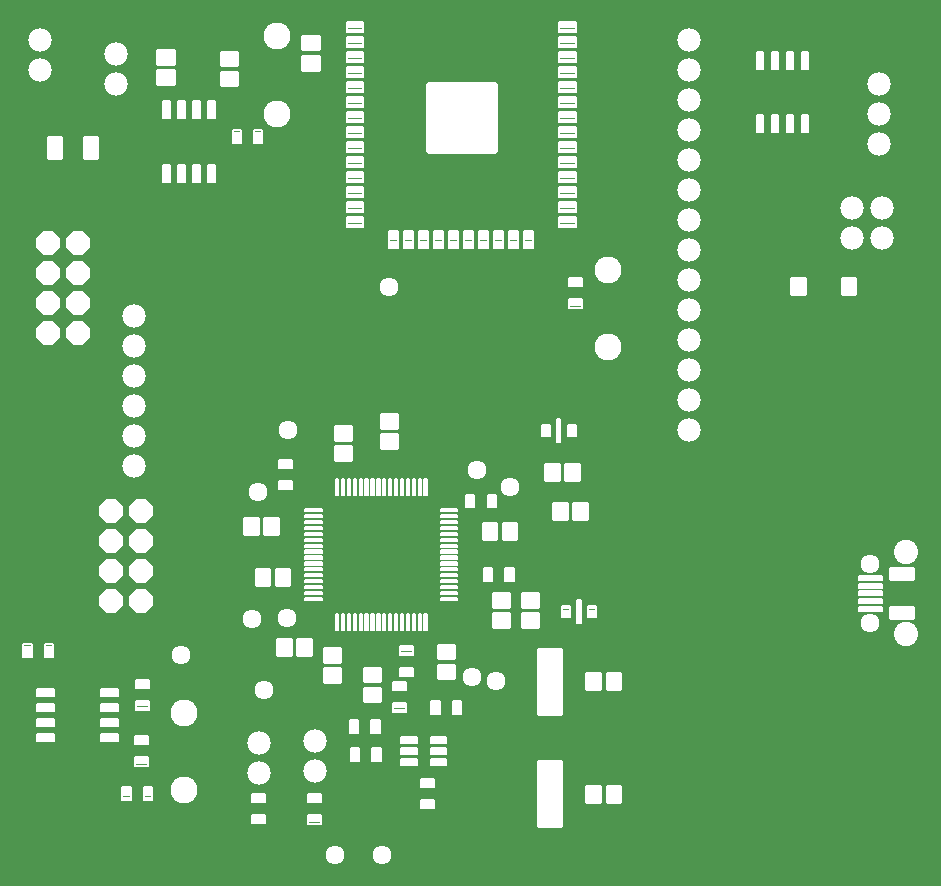
<source format=gts>
G04 EAGLE Gerber RS-274X export*
G75*
%MOMM*%
%FSLAX34Y34*%
%LPD*%
%INSoldermask Top*%
%IPNEG*%
%AMOC8*
5,1,8,0,0,1.08239X$1,22.5*%
G01*
%ADD10C,0.238272*%
%ADD11C,0.233172*%
%ADD12C,1.981200*%
%ADD13C,0.184800*%
%ADD14C,0.148763*%
%ADD15C,2.286000*%
%ADD16C,0.308222*%
%ADD17C,0.171600*%
%ADD18C,0.154350*%
%ADD19C,0.165000*%
%ADD20P,2.144431X8X112.500000*%
%ADD21C,0.216172*%
%ADD22C,0.155247*%
%ADD23C,0.216288*%
%ADD24C,1.609600*%
%ADD25C,2.051600*%
%ADD26C,0.188100*%
%ADD27C,0.610159*%
%ADD28P,2.144431X8X292.500000*%


D10*
X266152Y966972D02*
X266152Y955338D01*
X252518Y955338D01*
X252518Y966972D01*
X266152Y966972D01*
X266152Y957602D02*
X252518Y957602D01*
X252518Y959866D02*
X266152Y959866D01*
X266152Y962130D02*
X252518Y962130D01*
X252518Y964394D02*
X266152Y964394D01*
X266152Y966658D02*
X252518Y966658D01*
X266152Y972338D02*
X266152Y983972D01*
X266152Y972338D02*
X252518Y972338D01*
X252518Y983972D01*
X266152Y983972D01*
X266152Y974602D02*
X252518Y974602D01*
X252518Y976866D02*
X266152Y976866D01*
X266152Y979130D02*
X252518Y979130D01*
X252518Y981394D02*
X266152Y981394D01*
X266152Y983658D02*
X252518Y983658D01*
X366931Y468502D02*
X366931Y456868D01*
X366931Y468502D02*
X380565Y468502D01*
X380565Y456868D01*
X366931Y456868D01*
X366931Y459132D02*
X380565Y459132D01*
X380565Y461396D02*
X366931Y461396D01*
X366931Y463660D02*
X380565Y463660D01*
X380565Y465924D02*
X366931Y465924D01*
X366931Y468188D02*
X380565Y468188D01*
X366931Y451502D02*
X366931Y439868D01*
X366931Y451502D02*
X380565Y451502D01*
X380565Y439868D01*
X366931Y439868D01*
X366931Y442132D02*
X380565Y442132D01*
X380565Y444396D02*
X366931Y444396D01*
X366931Y446660D02*
X380565Y446660D01*
X380565Y448924D02*
X366931Y448924D01*
X366931Y451188D02*
X380565Y451188D01*
X304203Y449015D02*
X304203Y437381D01*
X304203Y449015D02*
X317837Y449015D01*
X317837Y437381D01*
X304203Y437381D01*
X304203Y439645D02*
X317837Y439645D01*
X317837Y441909D02*
X304203Y441909D01*
X304203Y444173D02*
X317837Y444173D01*
X317837Y446437D02*
X304203Y446437D01*
X304203Y448701D02*
X317837Y448701D01*
X304203Y432015D02*
X304203Y420381D01*
X304203Y432015D02*
X317837Y432015D01*
X317837Y420381D01*
X304203Y420381D01*
X304203Y422645D02*
X317837Y422645D01*
X317837Y424909D02*
X304203Y424909D01*
X304203Y427173D02*
X317837Y427173D01*
X317837Y429437D02*
X304203Y429437D01*
X304203Y431701D02*
X317837Y431701D01*
X405006Y557535D02*
X416640Y557535D01*
X405006Y557535D02*
X405006Y571169D01*
X416640Y571169D01*
X416640Y557535D01*
X416640Y559799D02*
X405006Y559799D01*
X405006Y562063D02*
X416640Y562063D01*
X416640Y564327D02*
X405006Y564327D01*
X405006Y566591D02*
X416640Y566591D01*
X416640Y568855D02*
X405006Y568855D01*
X405006Y571119D02*
X416640Y571119D01*
X422006Y557535D02*
X433640Y557535D01*
X422006Y557535D02*
X422006Y571169D01*
X433640Y571169D01*
X433640Y557535D01*
X433640Y559799D02*
X422006Y559799D01*
X422006Y562063D02*
X433640Y562063D01*
X433640Y564327D02*
X422006Y564327D01*
X422006Y566591D02*
X433640Y566591D01*
X433640Y568855D02*
X422006Y568855D01*
X422006Y571119D02*
X433640Y571119D01*
X293712Y624744D02*
X293712Y636378D01*
X293712Y624744D02*
X280078Y624744D01*
X280078Y636378D01*
X293712Y636378D01*
X293712Y627008D02*
X280078Y627008D01*
X280078Y629272D02*
X293712Y629272D01*
X293712Y631536D02*
X280078Y631536D01*
X280078Y633800D02*
X293712Y633800D01*
X293712Y636064D02*
X280078Y636064D01*
X293712Y641744D02*
X293712Y653378D01*
X293712Y641744D02*
X280078Y641744D01*
X280078Y653378D01*
X293712Y653378D01*
X293712Y644008D02*
X280078Y644008D01*
X280078Y646272D02*
X293712Y646272D01*
X293712Y648536D02*
X280078Y648536D01*
X280078Y650800D02*
X293712Y650800D01*
X293712Y653064D02*
X280078Y653064D01*
X332259Y646792D02*
X332259Y635158D01*
X318625Y635158D01*
X318625Y646792D01*
X332259Y646792D01*
X332259Y637422D02*
X318625Y637422D01*
X318625Y639686D02*
X332259Y639686D01*
X332259Y641950D02*
X318625Y641950D01*
X318625Y644214D02*
X332259Y644214D01*
X332259Y646478D02*
X318625Y646478D01*
X332259Y652158D02*
X332259Y663792D01*
X332259Y652158D02*
X318625Y652158D01*
X318625Y663792D01*
X332259Y663792D01*
X332259Y654422D02*
X318625Y654422D01*
X318625Y656686D02*
X332259Y656686D01*
X332259Y658950D02*
X318625Y658950D01*
X318625Y661214D02*
X332259Y661214D01*
X332259Y663478D02*
X318625Y663478D01*
X241395Y532881D02*
X229761Y532881D01*
X241395Y532881D02*
X241395Y519247D01*
X229761Y519247D01*
X229761Y532881D01*
X229761Y521511D02*
X241395Y521511D01*
X241395Y523775D02*
X229761Y523775D01*
X229761Y526039D02*
X241395Y526039D01*
X241395Y528303D02*
X229761Y528303D01*
X229761Y530567D02*
X241395Y530567D01*
X241395Y532831D02*
X229761Y532831D01*
X224395Y532881D02*
X212761Y532881D01*
X224395Y532881D02*
X224395Y519247D01*
X212761Y519247D01*
X212761Y532881D01*
X212761Y521511D02*
X224395Y521511D01*
X224395Y523775D02*
X212761Y523775D01*
X212761Y526039D02*
X224395Y526039D01*
X224395Y528303D02*
X212761Y528303D01*
X212761Y530567D02*
X224395Y530567D01*
X224395Y532831D02*
X212761Y532831D01*
X220097Y576074D02*
X231731Y576074D01*
X231731Y562440D01*
X220097Y562440D01*
X220097Y576074D01*
X220097Y564704D02*
X231731Y564704D01*
X231731Y566968D02*
X220097Y566968D01*
X220097Y569232D02*
X231731Y569232D01*
X231731Y571496D02*
X220097Y571496D01*
X220097Y573760D02*
X231731Y573760D01*
X231731Y576024D02*
X220097Y576024D01*
X214731Y576074D02*
X203097Y576074D01*
X214731Y576074D02*
X214731Y562440D01*
X203097Y562440D01*
X203097Y576074D01*
X203097Y564704D02*
X214731Y564704D01*
X214731Y566968D02*
X203097Y566968D01*
X203097Y569232D02*
X214731Y569232D01*
X214731Y571496D02*
X203097Y571496D01*
X203097Y573760D02*
X214731Y573760D01*
X214731Y576024D02*
X203097Y576024D01*
X474994Y621794D02*
X486628Y621794D01*
X486628Y608160D01*
X474994Y608160D01*
X474994Y621794D01*
X474994Y610424D02*
X486628Y610424D01*
X486628Y612688D02*
X474994Y612688D01*
X474994Y614952D02*
X486628Y614952D01*
X486628Y617216D02*
X474994Y617216D01*
X474994Y619480D02*
X486628Y619480D01*
X486628Y621744D02*
X474994Y621744D01*
X469628Y621794D02*
X457994Y621794D01*
X469628Y621794D02*
X469628Y608160D01*
X457994Y608160D01*
X457994Y621794D01*
X457994Y610424D02*
X469628Y610424D01*
X469628Y612688D02*
X457994Y612688D01*
X457994Y614952D02*
X469628Y614952D01*
X469628Y617216D02*
X457994Y617216D01*
X457994Y619480D02*
X469628Y619480D01*
X469628Y621744D02*
X457994Y621744D01*
X464731Y574782D02*
X476365Y574782D01*
X464731Y574782D02*
X464731Y588416D01*
X476365Y588416D01*
X476365Y574782D01*
X476365Y577046D02*
X464731Y577046D01*
X464731Y579310D02*
X476365Y579310D01*
X476365Y581574D02*
X464731Y581574D01*
X464731Y583838D02*
X476365Y583838D01*
X476365Y586102D02*
X464731Y586102D01*
X464731Y588366D02*
X476365Y588366D01*
X481731Y574782D02*
X493365Y574782D01*
X481731Y574782D02*
X481731Y588416D01*
X493365Y588416D01*
X493365Y574782D01*
X493365Y577046D02*
X481731Y577046D01*
X481731Y579310D02*
X493365Y579310D01*
X493365Y581574D02*
X481731Y581574D01*
X481731Y583838D02*
X493365Y583838D01*
X493365Y586102D02*
X481731Y586102D01*
X481731Y588366D02*
X493365Y588366D01*
X438262Y511853D02*
X438262Y500219D01*
X438262Y511853D02*
X451896Y511853D01*
X451896Y500219D01*
X438262Y500219D01*
X438262Y502483D02*
X451896Y502483D01*
X451896Y504747D02*
X438262Y504747D01*
X438262Y507011D02*
X451896Y507011D01*
X451896Y509275D02*
X438262Y509275D01*
X438262Y511539D02*
X451896Y511539D01*
X438262Y494853D02*
X438262Y483219D01*
X438262Y494853D02*
X451896Y494853D01*
X451896Y483219D01*
X438262Y483219D01*
X438262Y485483D02*
X451896Y485483D01*
X451896Y487747D02*
X438262Y487747D01*
X438262Y490011D02*
X451896Y490011D01*
X451896Y492275D02*
X438262Y492275D01*
X438262Y494539D02*
X451896Y494539D01*
X414015Y500417D02*
X414015Y512051D01*
X427649Y512051D01*
X427649Y500417D01*
X414015Y500417D01*
X414015Y502681D02*
X427649Y502681D01*
X427649Y504945D02*
X414015Y504945D01*
X414015Y507209D02*
X427649Y507209D01*
X427649Y509473D02*
X414015Y509473D01*
X414015Y511737D02*
X427649Y511737D01*
X414015Y495051D02*
X414015Y483417D01*
X414015Y495051D02*
X427649Y495051D01*
X427649Y483417D01*
X414015Y483417D01*
X414015Y485681D02*
X427649Y485681D01*
X427649Y487945D02*
X414015Y487945D01*
X414015Y490209D02*
X427649Y490209D01*
X427649Y492473D02*
X414015Y492473D01*
X414015Y494737D02*
X427649Y494737D01*
X143417Y943283D02*
X143417Y954917D01*
X143417Y943283D02*
X129783Y943283D01*
X129783Y954917D01*
X143417Y954917D01*
X143417Y945547D02*
X129783Y945547D01*
X129783Y947811D02*
X143417Y947811D01*
X143417Y950075D02*
X129783Y950075D01*
X129783Y952339D02*
X143417Y952339D01*
X143417Y954603D02*
X129783Y954603D01*
X143417Y960283D02*
X143417Y971917D01*
X143417Y960283D02*
X129783Y960283D01*
X129783Y971917D01*
X143417Y971917D01*
X143417Y962547D02*
X129783Y962547D01*
X129783Y964811D02*
X143417Y964811D01*
X143417Y967075D02*
X129783Y967075D01*
X129783Y969339D02*
X143417Y969339D01*
X143417Y971603D02*
X129783Y971603D01*
X196940Y953482D02*
X196940Y941848D01*
X183306Y941848D01*
X183306Y953482D01*
X196940Y953482D01*
X196940Y944112D02*
X183306Y944112D01*
X183306Y946376D02*
X196940Y946376D01*
X196940Y948640D02*
X183306Y948640D01*
X183306Y950904D02*
X196940Y950904D01*
X196940Y953168D02*
X183306Y953168D01*
X196940Y958848D02*
X196940Y970482D01*
X196940Y958848D02*
X183306Y958848D01*
X183306Y970482D01*
X196940Y970482D01*
X196940Y961112D02*
X183306Y961112D01*
X183306Y963376D02*
X196940Y963376D01*
X196940Y965640D02*
X183306Y965640D01*
X183306Y967904D02*
X196940Y967904D01*
X196940Y970168D02*
X183306Y970168D01*
X492953Y335430D02*
X504587Y335430D01*
X492953Y335430D02*
X492953Y349064D01*
X504587Y349064D01*
X504587Y335430D01*
X504587Y337694D02*
X492953Y337694D01*
X492953Y339958D02*
X504587Y339958D01*
X504587Y342222D02*
X492953Y342222D01*
X492953Y344486D02*
X504587Y344486D01*
X504587Y346750D02*
X492953Y346750D01*
X492953Y349014D02*
X504587Y349014D01*
X509953Y335430D02*
X521587Y335430D01*
X509953Y335430D02*
X509953Y349064D01*
X521587Y349064D01*
X521587Y335430D01*
X521587Y337694D02*
X509953Y337694D01*
X509953Y339958D02*
X521587Y339958D01*
X521587Y342222D02*
X509953Y342222D01*
X509953Y344486D02*
X521587Y344486D01*
X521587Y346750D02*
X509953Y346750D01*
X509953Y349014D02*
X521587Y349014D01*
X504604Y431042D02*
X492970Y431042D01*
X492970Y444676D01*
X504604Y444676D01*
X504604Y431042D01*
X504604Y433306D02*
X492970Y433306D01*
X492970Y435570D02*
X504604Y435570D01*
X504604Y437834D02*
X492970Y437834D01*
X492970Y440098D02*
X504604Y440098D01*
X504604Y442362D02*
X492970Y442362D01*
X492970Y444626D02*
X504604Y444626D01*
X509970Y431042D02*
X521604Y431042D01*
X509970Y431042D02*
X509970Y444676D01*
X521604Y444676D01*
X521604Y431042D01*
X521604Y433306D02*
X509970Y433306D01*
X509970Y435570D02*
X521604Y435570D01*
X521604Y437834D02*
X509970Y437834D01*
X509970Y440098D02*
X521604Y440098D01*
X521604Y442362D02*
X509970Y442362D01*
X509970Y444626D02*
X521604Y444626D01*
X271085Y453863D02*
X271085Y465497D01*
X284719Y465497D01*
X284719Y453863D01*
X271085Y453863D01*
X271085Y456127D02*
X284719Y456127D01*
X284719Y458391D02*
X271085Y458391D01*
X271085Y460655D02*
X284719Y460655D01*
X284719Y462919D02*
X271085Y462919D01*
X271085Y465183D02*
X284719Y465183D01*
X271085Y448497D02*
X271085Y436863D01*
X271085Y448497D02*
X284719Y448497D01*
X284719Y436863D01*
X271085Y436863D01*
X271085Y439127D02*
X284719Y439127D01*
X284719Y441391D02*
X271085Y441391D01*
X271085Y443655D02*
X284719Y443655D01*
X284719Y445919D02*
X271085Y445919D01*
X271085Y448183D02*
X284719Y448183D01*
X259701Y472975D02*
X248067Y472975D01*
X259701Y472975D02*
X259701Y459341D01*
X248067Y459341D01*
X248067Y472975D01*
X248067Y461605D02*
X259701Y461605D01*
X259701Y463869D02*
X248067Y463869D01*
X248067Y466133D02*
X259701Y466133D01*
X259701Y468397D02*
X248067Y468397D01*
X248067Y470661D02*
X259701Y470661D01*
X259701Y472925D02*
X248067Y472925D01*
X242701Y472975D02*
X231067Y472975D01*
X242701Y472975D02*
X242701Y459341D01*
X231067Y459341D01*
X231067Y472975D01*
X231067Y461605D02*
X242701Y461605D01*
X242701Y463869D02*
X231067Y463869D01*
X231067Y466133D02*
X242701Y466133D01*
X242701Y468397D02*
X231067Y468397D01*
X231067Y470661D02*
X242701Y470661D01*
X242701Y472925D02*
X231067Y472925D01*
D11*
X666208Y778992D02*
X677592Y778992D01*
X677592Y765608D01*
X666208Y765608D01*
X666208Y778992D01*
X666208Y767823D02*
X677592Y767823D01*
X677592Y770038D02*
X666208Y770038D01*
X666208Y772253D02*
X677592Y772253D01*
X677592Y774468D02*
X666208Y774468D01*
X666208Y776683D02*
X677592Y776683D01*
X677592Y778898D02*
X666208Y778898D01*
X709208Y765608D02*
X720592Y765608D01*
X709208Y765608D02*
X709208Y778992D01*
X720592Y778992D01*
X720592Y765608D01*
X720592Y767823D02*
X709208Y767823D01*
X709208Y770038D02*
X720592Y770038D01*
X720592Y772253D02*
X709208Y772253D01*
X709208Y774468D02*
X720592Y774468D01*
X720592Y776683D02*
X709208Y776683D01*
X709208Y778898D02*
X720592Y778898D01*
D12*
X740900Y892500D03*
X740900Y917900D03*
X740900Y943300D03*
D13*
X494264Y501015D02*
X494264Y492063D01*
X494264Y501015D02*
X501216Y501015D01*
X501216Y492063D01*
X494264Y492063D01*
X494264Y493819D02*
X501216Y493819D01*
X501216Y495575D02*
X494264Y495575D01*
X494264Y497331D02*
X501216Y497331D01*
X501216Y499087D02*
X494264Y499087D01*
X494264Y500843D02*
X501216Y500843D01*
D14*
X485230Y497029D02*
X485230Y506049D01*
X488250Y506049D01*
X488250Y497029D01*
X485230Y497029D01*
X485230Y498443D02*
X488250Y498443D01*
X488250Y499857D02*
X485230Y499857D01*
X485230Y501271D02*
X488250Y501271D01*
X488250Y502685D02*
X485230Y502685D01*
X485230Y504099D02*
X488250Y504099D01*
X488250Y505513D02*
X485230Y505513D01*
D13*
X472264Y501015D02*
X472264Y492063D01*
X472264Y501015D02*
X479216Y501015D01*
X479216Y492063D01*
X472264Y492063D01*
X472264Y493819D02*
X479216Y493819D01*
X479216Y495575D02*
X472264Y495575D01*
X472264Y497331D02*
X479216Y497331D01*
X479216Y499087D02*
X472264Y499087D01*
X472264Y500843D02*
X479216Y500843D01*
D14*
X485230Y496049D02*
X485230Y487029D01*
X485230Y496049D02*
X488250Y496049D01*
X488250Y487029D01*
X485230Y487029D01*
X485230Y488443D02*
X488250Y488443D01*
X488250Y489857D02*
X485230Y489857D01*
X485230Y491271D02*
X488250Y491271D01*
X488250Y492685D02*
X485230Y492685D01*
X485230Y494099D02*
X488250Y494099D01*
X488250Y495513D02*
X485230Y495513D01*
D13*
X476974Y645152D02*
X476974Y654104D01*
X483926Y654104D01*
X483926Y645152D01*
X476974Y645152D01*
X476974Y646908D02*
X483926Y646908D01*
X483926Y648664D02*
X476974Y648664D01*
X476974Y650420D02*
X483926Y650420D01*
X483926Y652176D02*
X476974Y652176D01*
X476974Y653932D02*
X483926Y653932D01*
D14*
X467940Y650118D02*
X467940Y659138D01*
X470960Y659138D01*
X470960Y650118D01*
X467940Y650118D01*
X467940Y651532D02*
X470960Y651532D01*
X470960Y652946D02*
X467940Y652946D01*
X467940Y654360D02*
X470960Y654360D01*
X470960Y655774D02*
X467940Y655774D01*
X467940Y657188D02*
X470960Y657188D01*
X470960Y658602D02*
X467940Y658602D01*
D13*
X454974Y654104D02*
X454974Y645152D01*
X454974Y654104D02*
X461926Y654104D01*
X461926Y645152D01*
X454974Y645152D01*
X454974Y646908D02*
X461926Y646908D01*
X461926Y648664D02*
X454974Y648664D01*
X454974Y650420D02*
X461926Y650420D01*
X461926Y652176D02*
X454974Y652176D01*
X454974Y653932D02*
X461926Y653932D01*
D14*
X467940Y649138D02*
X467940Y640118D01*
X467940Y649138D02*
X470960Y649138D01*
X470960Y640118D01*
X467940Y640118D01*
X467940Y641532D02*
X470960Y641532D01*
X470960Y642946D02*
X467940Y642946D01*
X467940Y644360D02*
X470960Y644360D01*
X470960Y645774D02*
X467940Y645774D01*
X467940Y647188D02*
X470960Y647188D01*
X470960Y648602D02*
X467940Y648602D01*
D15*
X510900Y785739D03*
X510900Y720461D03*
X230731Y983410D03*
X230731Y918132D03*
D16*
X452735Y463667D02*
X452735Y409733D01*
X452735Y463667D02*
X471669Y463667D01*
X471669Y409733D01*
X452735Y409733D01*
X452735Y412661D02*
X471669Y412661D01*
X471669Y415589D02*
X452735Y415589D01*
X452735Y418517D02*
X471669Y418517D01*
X471669Y421445D02*
X452735Y421445D01*
X452735Y424373D02*
X471669Y424373D01*
X471669Y427301D02*
X452735Y427301D01*
X452735Y430229D02*
X471669Y430229D01*
X471669Y433157D02*
X452735Y433157D01*
X452735Y436085D02*
X471669Y436085D01*
X471669Y439013D02*
X452735Y439013D01*
X452735Y441941D02*
X471669Y441941D01*
X471669Y444869D02*
X452735Y444869D01*
X452735Y447797D02*
X471669Y447797D01*
X471669Y450725D02*
X452735Y450725D01*
X452735Y453653D02*
X471669Y453653D01*
X471669Y456581D02*
X452735Y456581D01*
X452735Y459509D02*
X471669Y459509D01*
X471669Y462437D02*
X452735Y462437D01*
X452735Y368667D02*
X452735Y314733D01*
X452735Y368667D02*
X471669Y368667D01*
X471669Y314733D01*
X452735Y314733D01*
X452735Y317661D02*
X471669Y317661D01*
X471669Y320589D02*
X452735Y320589D01*
X452735Y323517D02*
X471669Y323517D01*
X471669Y326445D02*
X452735Y326445D01*
X452735Y329373D02*
X471669Y329373D01*
X471669Y332301D02*
X452735Y332301D01*
X452735Y335229D02*
X471669Y335229D01*
X471669Y338157D02*
X452735Y338157D01*
X452735Y341085D02*
X471669Y341085D01*
X471669Y344013D02*
X452735Y344013D01*
X452735Y346941D02*
X471669Y346941D01*
X471669Y349869D02*
X452735Y349869D01*
X452735Y352797D02*
X471669Y352797D01*
X471669Y355725D02*
X452735Y355725D01*
X452735Y358653D02*
X471669Y358653D01*
X471669Y361581D02*
X452735Y361581D01*
X452735Y364509D02*
X471669Y364509D01*
X471669Y367437D02*
X452735Y367437D01*
D17*
X172900Y914227D02*
X172900Y928411D01*
X178334Y928411D01*
X178334Y914227D01*
X172900Y914227D01*
X172900Y915857D02*
X178334Y915857D01*
X178334Y917487D02*
X172900Y917487D01*
X172900Y919117D02*
X178334Y919117D01*
X178334Y920747D02*
X172900Y920747D01*
X172900Y922377D02*
X178334Y922377D01*
X178334Y924007D02*
X172900Y924007D01*
X172900Y925637D02*
X178334Y925637D01*
X178334Y927267D02*
X172900Y927267D01*
X160200Y928411D02*
X160200Y914227D01*
X160200Y928411D02*
X165634Y928411D01*
X165634Y914227D01*
X160200Y914227D01*
X160200Y915857D02*
X165634Y915857D01*
X165634Y917487D02*
X160200Y917487D01*
X160200Y919117D02*
X165634Y919117D01*
X165634Y920747D02*
X160200Y920747D01*
X160200Y922377D02*
X165634Y922377D01*
X165634Y924007D02*
X160200Y924007D01*
X160200Y925637D02*
X165634Y925637D01*
X165634Y927267D02*
X160200Y927267D01*
X147500Y928411D02*
X147500Y914227D01*
X147500Y928411D02*
X152934Y928411D01*
X152934Y914227D01*
X147500Y914227D01*
X147500Y915857D02*
X152934Y915857D01*
X152934Y917487D02*
X147500Y917487D01*
X147500Y919117D02*
X152934Y919117D01*
X152934Y920747D02*
X147500Y920747D01*
X147500Y922377D02*
X152934Y922377D01*
X152934Y924007D02*
X147500Y924007D01*
X147500Y925637D02*
X152934Y925637D01*
X152934Y927267D02*
X147500Y927267D01*
X134800Y928411D02*
X134800Y914227D01*
X134800Y928411D02*
X140234Y928411D01*
X140234Y914227D01*
X134800Y914227D01*
X134800Y915857D02*
X140234Y915857D01*
X140234Y917487D02*
X134800Y917487D01*
X134800Y919117D02*
X140234Y919117D01*
X140234Y920747D02*
X134800Y920747D01*
X134800Y922377D02*
X140234Y922377D01*
X140234Y924007D02*
X134800Y924007D01*
X134800Y925637D02*
X140234Y925637D01*
X140234Y927267D02*
X134800Y927267D01*
X134800Y874171D02*
X134800Y859987D01*
X134800Y874171D02*
X140234Y874171D01*
X140234Y859987D01*
X134800Y859987D01*
X134800Y861617D02*
X140234Y861617D01*
X140234Y863247D02*
X134800Y863247D01*
X134800Y864877D02*
X140234Y864877D01*
X140234Y866507D02*
X134800Y866507D01*
X134800Y868137D02*
X140234Y868137D01*
X140234Y869767D02*
X134800Y869767D01*
X134800Y871397D02*
X140234Y871397D01*
X140234Y873027D02*
X134800Y873027D01*
X147500Y874171D02*
X147500Y859987D01*
X147500Y874171D02*
X152934Y874171D01*
X152934Y859987D01*
X147500Y859987D01*
X147500Y861617D02*
X152934Y861617D01*
X152934Y863247D02*
X147500Y863247D01*
X147500Y864877D02*
X152934Y864877D01*
X152934Y866507D02*
X147500Y866507D01*
X147500Y868137D02*
X152934Y868137D01*
X152934Y869767D02*
X147500Y869767D01*
X147500Y871397D02*
X152934Y871397D01*
X152934Y873027D02*
X147500Y873027D01*
X160200Y874171D02*
X160200Y859987D01*
X160200Y874171D02*
X165634Y874171D01*
X165634Y859987D01*
X160200Y859987D01*
X160200Y861617D02*
X165634Y861617D01*
X165634Y863247D02*
X160200Y863247D01*
X160200Y864877D02*
X165634Y864877D01*
X165634Y866507D02*
X160200Y866507D01*
X160200Y868137D02*
X165634Y868137D01*
X165634Y869767D02*
X160200Y869767D01*
X160200Y871397D02*
X165634Y871397D01*
X165634Y873027D02*
X160200Y873027D01*
X172900Y874171D02*
X172900Y859987D01*
X172900Y874171D02*
X178334Y874171D01*
X178334Y859987D01*
X172900Y859987D01*
X172900Y861617D02*
X178334Y861617D01*
X178334Y863247D02*
X172900Y863247D01*
X172900Y864877D02*
X178334Y864877D01*
X178334Y866507D02*
X172900Y866507D01*
X172900Y868137D02*
X178334Y868137D01*
X178334Y869767D02*
X172900Y869767D01*
X172900Y871397D02*
X178334Y871397D01*
X178334Y873027D02*
X172900Y873027D01*
D18*
X369823Y508182D02*
X383537Y508182D01*
X383537Y506218D01*
X369823Y506218D01*
X369823Y508182D01*
X369823Y507685D02*
X383537Y507685D01*
X383537Y513182D02*
X369823Y513182D01*
X383537Y513182D02*
X383537Y511218D01*
X369823Y511218D01*
X369823Y513182D01*
X369823Y512685D02*
X383537Y512685D01*
X383537Y518182D02*
X369823Y518182D01*
X383537Y518182D02*
X383537Y516218D01*
X369823Y516218D01*
X369823Y518182D01*
X369823Y517685D02*
X383537Y517685D01*
X383537Y523182D02*
X369823Y523182D01*
X383537Y523182D02*
X383537Y521218D01*
X369823Y521218D01*
X369823Y523182D01*
X369823Y522685D02*
X383537Y522685D01*
X383537Y528182D02*
X369823Y528182D01*
X383537Y528182D02*
X383537Y526218D01*
X369823Y526218D01*
X369823Y528182D01*
X369823Y527685D02*
X383537Y527685D01*
X383537Y533182D02*
X369823Y533182D01*
X383537Y533182D02*
X383537Y531218D01*
X369823Y531218D01*
X369823Y533182D01*
X369823Y532685D02*
X383537Y532685D01*
X383537Y538182D02*
X369823Y538182D01*
X383537Y538182D02*
X383537Y536218D01*
X369823Y536218D01*
X369823Y538182D01*
X369823Y537685D02*
X383537Y537685D01*
X383537Y543182D02*
X369823Y543182D01*
X383537Y543182D02*
X383537Y541218D01*
X369823Y541218D01*
X369823Y543182D01*
X369823Y542685D02*
X383537Y542685D01*
X383537Y548182D02*
X369823Y548182D01*
X383537Y548182D02*
X383537Y546218D01*
X369823Y546218D01*
X369823Y548182D01*
X369823Y547685D02*
X383537Y547685D01*
X383537Y553182D02*
X369823Y553182D01*
X383537Y553182D02*
X383537Y551218D01*
X369823Y551218D01*
X369823Y553182D01*
X369823Y552685D02*
X383537Y552685D01*
X383537Y558182D02*
X369823Y558182D01*
X383537Y558182D02*
X383537Y556218D01*
X369823Y556218D01*
X369823Y558182D01*
X369823Y557685D02*
X383537Y557685D01*
X383537Y563182D02*
X369823Y563182D01*
X383537Y563182D02*
X383537Y561218D01*
X369823Y561218D01*
X369823Y563182D01*
X369823Y562685D02*
X383537Y562685D01*
X383537Y568182D02*
X369823Y568182D01*
X383537Y568182D02*
X383537Y566218D01*
X369823Y566218D01*
X369823Y568182D01*
X369823Y567685D02*
X383537Y567685D01*
X383537Y573182D02*
X369823Y573182D01*
X383537Y573182D02*
X383537Y571218D01*
X369823Y571218D01*
X369823Y573182D01*
X369823Y572685D02*
X383537Y572685D01*
X383537Y578182D02*
X369823Y578182D01*
X383537Y578182D02*
X383537Y576218D01*
X369823Y576218D01*
X369823Y578182D01*
X369823Y577685D02*
X383537Y577685D01*
X383537Y583182D02*
X369823Y583182D01*
X383537Y583182D02*
X383537Y581218D01*
X369823Y581218D01*
X369823Y583182D01*
X369823Y582685D02*
X383537Y582685D01*
X355818Y595223D02*
X355818Y608937D01*
X357782Y608937D01*
X357782Y595223D01*
X355818Y595223D01*
X355818Y596690D02*
X357782Y596690D01*
X357782Y598157D02*
X355818Y598157D01*
X355818Y599624D02*
X357782Y599624D01*
X357782Y601091D02*
X355818Y601091D01*
X355818Y602558D02*
X357782Y602558D01*
X357782Y604025D02*
X355818Y604025D01*
X355818Y605492D02*
X357782Y605492D01*
X357782Y606959D02*
X355818Y606959D01*
X355818Y608426D02*
X357782Y608426D01*
X350818Y608937D02*
X350818Y595223D01*
X350818Y608937D02*
X352782Y608937D01*
X352782Y595223D01*
X350818Y595223D01*
X350818Y596690D02*
X352782Y596690D01*
X352782Y598157D02*
X350818Y598157D01*
X350818Y599624D02*
X352782Y599624D01*
X352782Y601091D02*
X350818Y601091D01*
X350818Y602558D02*
X352782Y602558D01*
X352782Y604025D02*
X350818Y604025D01*
X350818Y605492D02*
X352782Y605492D01*
X352782Y606959D02*
X350818Y606959D01*
X350818Y608426D02*
X352782Y608426D01*
X345818Y608937D02*
X345818Y595223D01*
X345818Y608937D02*
X347782Y608937D01*
X347782Y595223D01*
X345818Y595223D01*
X345818Y596690D02*
X347782Y596690D01*
X347782Y598157D02*
X345818Y598157D01*
X345818Y599624D02*
X347782Y599624D01*
X347782Y601091D02*
X345818Y601091D01*
X345818Y602558D02*
X347782Y602558D01*
X347782Y604025D02*
X345818Y604025D01*
X345818Y605492D02*
X347782Y605492D01*
X347782Y606959D02*
X345818Y606959D01*
X345818Y608426D02*
X347782Y608426D01*
X340818Y608937D02*
X340818Y595223D01*
X340818Y608937D02*
X342782Y608937D01*
X342782Y595223D01*
X340818Y595223D01*
X340818Y596690D02*
X342782Y596690D01*
X342782Y598157D02*
X340818Y598157D01*
X340818Y599624D02*
X342782Y599624D01*
X342782Y601091D02*
X340818Y601091D01*
X340818Y602558D02*
X342782Y602558D01*
X342782Y604025D02*
X340818Y604025D01*
X340818Y605492D02*
X342782Y605492D01*
X342782Y606959D02*
X340818Y606959D01*
X340818Y608426D02*
X342782Y608426D01*
X335818Y608937D02*
X335818Y595223D01*
X335818Y608937D02*
X337782Y608937D01*
X337782Y595223D01*
X335818Y595223D01*
X335818Y596690D02*
X337782Y596690D01*
X337782Y598157D02*
X335818Y598157D01*
X335818Y599624D02*
X337782Y599624D01*
X337782Y601091D02*
X335818Y601091D01*
X335818Y602558D02*
X337782Y602558D01*
X337782Y604025D02*
X335818Y604025D01*
X335818Y605492D02*
X337782Y605492D01*
X337782Y606959D02*
X335818Y606959D01*
X335818Y608426D02*
X337782Y608426D01*
X330818Y608937D02*
X330818Y595223D01*
X330818Y608937D02*
X332782Y608937D01*
X332782Y595223D01*
X330818Y595223D01*
X330818Y596690D02*
X332782Y596690D01*
X332782Y598157D02*
X330818Y598157D01*
X330818Y599624D02*
X332782Y599624D01*
X332782Y601091D02*
X330818Y601091D01*
X330818Y602558D02*
X332782Y602558D01*
X332782Y604025D02*
X330818Y604025D01*
X330818Y605492D02*
X332782Y605492D01*
X332782Y606959D02*
X330818Y606959D01*
X330818Y608426D02*
X332782Y608426D01*
X325818Y608937D02*
X325818Y595223D01*
X325818Y608937D02*
X327782Y608937D01*
X327782Y595223D01*
X325818Y595223D01*
X325818Y596690D02*
X327782Y596690D01*
X327782Y598157D02*
X325818Y598157D01*
X325818Y599624D02*
X327782Y599624D01*
X327782Y601091D02*
X325818Y601091D01*
X325818Y602558D02*
X327782Y602558D01*
X327782Y604025D02*
X325818Y604025D01*
X325818Y605492D02*
X327782Y605492D01*
X327782Y606959D02*
X325818Y606959D01*
X325818Y608426D02*
X327782Y608426D01*
X320818Y608937D02*
X320818Y595223D01*
X320818Y608937D02*
X322782Y608937D01*
X322782Y595223D01*
X320818Y595223D01*
X320818Y596690D02*
X322782Y596690D01*
X322782Y598157D02*
X320818Y598157D01*
X320818Y599624D02*
X322782Y599624D01*
X322782Y601091D02*
X320818Y601091D01*
X320818Y602558D02*
X322782Y602558D01*
X322782Y604025D02*
X320818Y604025D01*
X320818Y605492D02*
X322782Y605492D01*
X322782Y606959D02*
X320818Y606959D01*
X320818Y608426D02*
X322782Y608426D01*
X315818Y608937D02*
X315818Y595223D01*
X315818Y608937D02*
X317782Y608937D01*
X317782Y595223D01*
X315818Y595223D01*
X315818Y596690D02*
X317782Y596690D01*
X317782Y598157D02*
X315818Y598157D01*
X315818Y599624D02*
X317782Y599624D01*
X317782Y601091D02*
X315818Y601091D01*
X315818Y602558D02*
X317782Y602558D01*
X317782Y604025D02*
X315818Y604025D01*
X315818Y605492D02*
X317782Y605492D01*
X317782Y606959D02*
X315818Y606959D01*
X315818Y608426D02*
X317782Y608426D01*
X310818Y608937D02*
X310818Y595223D01*
X310818Y608937D02*
X312782Y608937D01*
X312782Y595223D01*
X310818Y595223D01*
X310818Y596690D02*
X312782Y596690D01*
X312782Y598157D02*
X310818Y598157D01*
X310818Y599624D02*
X312782Y599624D01*
X312782Y601091D02*
X310818Y601091D01*
X310818Y602558D02*
X312782Y602558D01*
X312782Y604025D02*
X310818Y604025D01*
X310818Y605492D02*
X312782Y605492D01*
X312782Y606959D02*
X310818Y606959D01*
X310818Y608426D02*
X312782Y608426D01*
X305818Y608937D02*
X305818Y595223D01*
X305818Y608937D02*
X307782Y608937D01*
X307782Y595223D01*
X305818Y595223D01*
X305818Y596690D02*
X307782Y596690D01*
X307782Y598157D02*
X305818Y598157D01*
X305818Y599624D02*
X307782Y599624D01*
X307782Y601091D02*
X305818Y601091D01*
X305818Y602558D02*
X307782Y602558D01*
X307782Y604025D02*
X305818Y604025D01*
X305818Y605492D02*
X307782Y605492D01*
X307782Y606959D02*
X305818Y606959D01*
X305818Y608426D02*
X307782Y608426D01*
X300818Y608937D02*
X300818Y595223D01*
X300818Y608937D02*
X302782Y608937D01*
X302782Y595223D01*
X300818Y595223D01*
X300818Y596690D02*
X302782Y596690D01*
X302782Y598157D02*
X300818Y598157D01*
X300818Y599624D02*
X302782Y599624D01*
X302782Y601091D02*
X300818Y601091D01*
X300818Y602558D02*
X302782Y602558D01*
X302782Y604025D02*
X300818Y604025D01*
X300818Y605492D02*
X302782Y605492D01*
X302782Y606959D02*
X300818Y606959D01*
X300818Y608426D02*
X302782Y608426D01*
X295818Y608937D02*
X295818Y595223D01*
X295818Y608937D02*
X297782Y608937D01*
X297782Y595223D01*
X295818Y595223D01*
X295818Y596690D02*
X297782Y596690D01*
X297782Y598157D02*
X295818Y598157D01*
X295818Y599624D02*
X297782Y599624D01*
X297782Y601091D02*
X295818Y601091D01*
X295818Y602558D02*
X297782Y602558D01*
X297782Y604025D02*
X295818Y604025D01*
X295818Y605492D02*
X297782Y605492D01*
X297782Y606959D02*
X295818Y606959D01*
X295818Y608426D02*
X297782Y608426D01*
X290818Y608937D02*
X290818Y595223D01*
X290818Y608937D02*
X292782Y608937D01*
X292782Y595223D01*
X290818Y595223D01*
X290818Y596690D02*
X292782Y596690D01*
X292782Y598157D02*
X290818Y598157D01*
X290818Y599624D02*
X292782Y599624D01*
X292782Y601091D02*
X290818Y601091D01*
X290818Y602558D02*
X292782Y602558D01*
X292782Y604025D02*
X290818Y604025D01*
X290818Y605492D02*
X292782Y605492D01*
X292782Y606959D02*
X290818Y606959D01*
X290818Y608426D02*
X292782Y608426D01*
X285818Y608937D02*
X285818Y595223D01*
X285818Y608937D02*
X287782Y608937D01*
X287782Y595223D01*
X285818Y595223D01*
X285818Y596690D02*
X287782Y596690D01*
X287782Y598157D02*
X285818Y598157D01*
X285818Y599624D02*
X287782Y599624D01*
X287782Y601091D02*
X285818Y601091D01*
X285818Y602558D02*
X287782Y602558D01*
X287782Y604025D02*
X285818Y604025D01*
X285818Y605492D02*
X287782Y605492D01*
X287782Y606959D02*
X285818Y606959D01*
X285818Y608426D02*
X287782Y608426D01*
X280818Y608937D02*
X280818Y595223D01*
X280818Y608937D02*
X282782Y608937D01*
X282782Y595223D01*
X280818Y595223D01*
X280818Y596690D02*
X282782Y596690D01*
X282782Y598157D02*
X280818Y598157D01*
X280818Y599624D02*
X282782Y599624D01*
X282782Y601091D02*
X280818Y601091D01*
X280818Y602558D02*
X282782Y602558D01*
X282782Y604025D02*
X280818Y604025D01*
X280818Y605492D02*
X282782Y605492D01*
X282782Y606959D02*
X280818Y606959D01*
X280818Y608426D02*
X282782Y608426D01*
X268777Y583182D02*
X255063Y583182D01*
X268777Y583182D02*
X268777Y581218D01*
X255063Y581218D01*
X255063Y583182D01*
X255063Y582685D02*
X268777Y582685D01*
X268777Y578182D02*
X255063Y578182D01*
X268777Y578182D02*
X268777Y576218D01*
X255063Y576218D01*
X255063Y578182D01*
X255063Y577685D02*
X268777Y577685D01*
X268777Y573182D02*
X255063Y573182D01*
X268777Y573182D02*
X268777Y571218D01*
X255063Y571218D01*
X255063Y573182D01*
X255063Y572685D02*
X268777Y572685D01*
X268777Y568182D02*
X255063Y568182D01*
X268777Y568182D02*
X268777Y566218D01*
X255063Y566218D01*
X255063Y568182D01*
X255063Y567685D02*
X268777Y567685D01*
X268777Y563182D02*
X255063Y563182D01*
X268777Y563182D02*
X268777Y561218D01*
X255063Y561218D01*
X255063Y563182D01*
X255063Y562685D02*
X268777Y562685D01*
X268777Y558182D02*
X255063Y558182D01*
X268777Y558182D02*
X268777Y556218D01*
X255063Y556218D01*
X255063Y558182D01*
X255063Y557685D02*
X268777Y557685D01*
X268777Y553182D02*
X255063Y553182D01*
X268777Y553182D02*
X268777Y551218D01*
X255063Y551218D01*
X255063Y553182D01*
X255063Y552685D02*
X268777Y552685D01*
X268777Y548182D02*
X255063Y548182D01*
X268777Y548182D02*
X268777Y546218D01*
X255063Y546218D01*
X255063Y548182D01*
X255063Y547685D02*
X268777Y547685D01*
X268777Y543182D02*
X255063Y543182D01*
X268777Y543182D02*
X268777Y541218D01*
X255063Y541218D01*
X255063Y543182D01*
X255063Y542685D02*
X268777Y542685D01*
X268777Y538182D02*
X255063Y538182D01*
X268777Y538182D02*
X268777Y536218D01*
X255063Y536218D01*
X255063Y538182D01*
X255063Y537685D02*
X268777Y537685D01*
X268777Y533182D02*
X255063Y533182D01*
X268777Y533182D02*
X268777Y531218D01*
X255063Y531218D01*
X255063Y533182D01*
X255063Y532685D02*
X268777Y532685D01*
X268777Y528182D02*
X255063Y528182D01*
X268777Y528182D02*
X268777Y526218D01*
X255063Y526218D01*
X255063Y528182D01*
X255063Y527685D02*
X268777Y527685D01*
X268777Y523182D02*
X255063Y523182D01*
X268777Y523182D02*
X268777Y521218D01*
X255063Y521218D01*
X255063Y523182D01*
X255063Y522685D02*
X268777Y522685D01*
X268777Y518182D02*
X255063Y518182D01*
X268777Y518182D02*
X268777Y516218D01*
X255063Y516218D01*
X255063Y518182D01*
X255063Y517685D02*
X268777Y517685D01*
X268777Y513182D02*
X255063Y513182D01*
X268777Y513182D02*
X268777Y511218D01*
X255063Y511218D01*
X255063Y513182D01*
X255063Y512685D02*
X268777Y512685D01*
X268777Y508182D02*
X255063Y508182D01*
X268777Y508182D02*
X268777Y506218D01*
X255063Y506218D01*
X255063Y508182D01*
X255063Y507685D02*
X268777Y507685D01*
X280818Y494177D02*
X280818Y480463D01*
X280818Y494177D02*
X282782Y494177D01*
X282782Y480463D01*
X280818Y480463D01*
X280818Y481930D02*
X282782Y481930D01*
X282782Y483397D02*
X280818Y483397D01*
X280818Y484864D02*
X282782Y484864D01*
X282782Y486331D02*
X280818Y486331D01*
X280818Y487798D02*
X282782Y487798D01*
X282782Y489265D02*
X280818Y489265D01*
X280818Y490732D02*
X282782Y490732D01*
X282782Y492199D02*
X280818Y492199D01*
X280818Y493666D02*
X282782Y493666D01*
X285818Y494177D02*
X285818Y480463D01*
X285818Y494177D02*
X287782Y494177D01*
X287782Y480463D01*
X285818Y480463D01*
X285818Y481930D02*
X287782Y481930D01*
X287782Y483397D02*
X285818Y483397D01*
X285818Y484864D02*
X287782Y484864D01*
X287782Y486331D02*
X285818Y486331D01*
X285818Y487798D02*
X287782Y487798D01*
X287782Y489265D02*
X285818Y489265D01*
X285818Y490732D02*
X287782Y490732D01*
X287782Y492199D02*
X285818Y492199D01*
X285818Y493666D02*
X287782Y493666D01*
X290818Y494177D02*
X290818Y480463D01*
X290818Y494177D02*
X292782Y494177D01*
X292782Y480463D01*
X290818Y480463D01*
X290818Y481930D02*
X292782Y481930D01*
X292782Y483397D02*
X290818Y483397D01*
X290818Y484864D02*
X292782Y484864D01*
X292782Y486331D02*
X290818Y486331D01*
X290818Y487798D02*
X292782Y487798D01*
X292782Y489265D02*
X290818Y489265D01*
X290818Y490732D02*
X292782Y490732D01*
X292782Y492199D02*
X290818Y492199D01*
X290818Y493666D02*
X292782Y493666D01*
X295818Y494177D02*
X295818Y480463D01*
X295818Y494177D02*
X297782Y494177D01*
X297782Y480463D01*
X295818Y480463D01*
X295818Y481930D02*
X297782Y481930D01*
X297782Y483397D02*
X295818Y483397D01*
X295818Y484864D02*
X297782Y484864D01*
X297782Y486331D02*
X295818Y486331D01*
X295818Y487798D02*
X297782Y487798D01*
X297782Y489265D02*
X295818Y489265D01*
X295818Y490732D02*
X297782Y490732D01*
X297782Y492199D02*
X295818Y492199D01*
X295818Y493666D02*
X297782Y493666D01*
X300818Y494177D02*
X300818Y480463D01*
X300818Y494177D02*
X302782Y494177D01*
X302782Y480463D01*
X300818Y480463D01*
X300818Y481930D02*
X302782Y481930D01*
X302782Y483397D02*
X300818Y483397D01*
X300818Y484864D02*
X302782Y484864D01*
X302782Y486331D02*
X300818Y486331D01*
X300818Y487798D02*
X302782Y487798D01*
X302782Y489265D02*
X300818Y489265D01*
X300818Y490732D02*
X302782Y490732D01*
X302782Y492199D02*
X300818Y492199D01*
X300818Y493666D02*
X302782Y493666D01*
X305818Y494177D02*
X305818Y480463D01*
X305818Y494177D02*
X307782Y494177D01*
X307782Y480463D01*
X305818Y480463D01*
X305818Y481930D02*
X307782Y481930D01*
X307782Y483397D02*
X305818Y483397D01*
X305818Y484864D02*
X307782Y484864D01*
X307782Y486331D02*
X305818Y486331D01*
X305818Y487798D02*
X307782Y487798D01*
X307782Y489265D02*
X305818Y489265D01*
X305818Y490732D02*
X307782Y490732D01*
X307782Y492199D02*
X305818Y492199D01*
X305818Y493666D02*
X307782Y493666D01*
X310818Y494177D02*
X310818Y480463D01*
X310818Y494177D02*
X312782Y494177D01*
X312782Y480463D01*
X310818Y480463D01*
X310818Y481930D02*
X312782Y481930D01*
X312782Y483397D02*
X310818Y483397D01*
X310818Y484864D02*
X312782Y484864D01*
X312782Y486331D02*
X310818Y486331D01*
X310818Y487798D02*
X312782Y487798D01*
X312782Y489265D02*
X310818Y489265D01*
X310818Y490732D02*
X312782Y490732D01*
X312782Y492199D02*
X310818Y492199D01*
X310818Y493666D02*
X312782Y493666D01*
X315818Y494177D02*
X315818Y480463D01*
X315818Y494177D02*
X317782Y494177D01*
X317782Y480463D01*
X315818Y480463D01*
X315818Y481930D02*
X317782Y481930D01*
X317782Y483397D02*
X315818Y483397D01*
X315818Y484864D02*
X317782Y484864D01*
X317782Y486331D02*
X315818Y486331D01*
X315818Y487798D02*
X317782Y487798D01*
X317782Y489265D02*
X315818Y489265D01*
X315818Y490732D02*
X317782Y490732D01*
X317782Y492199D02*
X315818Y492199D01*
X315818Y493666D02*
X317782Y493666D01*
X320818Y494177D02*
X320818Y480463D01*
X320818Y494177D02*
X322782Y494177D01*
X322782Y480463D01*
X320818Y480463D01*
X320818Y481930D02*
X322782Y481930D01*
X322782Y483397D02*
X320818Y483397D01*
X320818Y484864D02*
X322782Y484864D01*
X322782Y486331D02*
X320818Y486331D01*
X320818Y487798D02*
X322782Y487798D01*
X322782Y489265D02*
X320818Y489265D01*
X320818Y490732D02*
X322782Y490732D01*
X322782Y492199D02*
X320818Y492199D01*
X320818Y493666D02*
X322782Y493666D01*
X325818Y494177D02*
X325818Y480463D01*
X325818Y494177D02*
X327782Y494177D01*
X327782Y480463D01*
X325818Y480463D01*
X325818Y481930D02*
X327782Y481930D01*
X327782Y483397D02*
X325818Y483397D01*
X325818Y484864D02*
X327782Y484864D01*
X327782Y486331D02*
X325818Y486331D01*
X325818Y487798D02*
X327782Y487798D01*
X327782Y489265D02*
X325818Y489265D01*
X325818Y490732D02*
X327782Y490732D01*
X327782Y492199D02*
X325818Y492199D01*
X325818Y493666D02*
X327782Y493666D01*
X330818Y494177D02*
X330818Y480463D01*
X330818Y494177D02*
X332782Y494177D01*
X332782Y480463D01*
X330818Y480463D01*
X330818Y481930D02*
X332782Y481930D01*
X332782Y483397D02*
X330818Y483397D01*
X330818Y484864D02*
X332782Y484864D01*
X332782Y486331D02*
X330818Y486331D01*
X330818Y487798D02*
X332782Y487798D01*
X332782Y489265D02*
X330818Y489265D01*
X330818Y490732D02*
X332782Y490732D01*
X332782Y492199D02*
X330818Y492199D01*
X330818Y493666D02*
X332782Y493666D01*
X335818Y494177D02*
X335818Y480463D01*
X335818Y494177D02*
X337782Y494177D01*
X337782Y480463D01*
X335818Y480463D01*
X335818Y481930D02*
X337782Y481930D01*
X337782Y483397D02*
X335818Y483397D01*
X335818Y484864D02*
X337782Y484864D01*
X337782Y486331D02*
X335818Y486331D01*
X335818Y487798D02*
X337782Y487798D01*
X337782Y489265D02*
X335818Y489265D01*
X335818Y490732D02*
X337782Y490732D01*
X337782Y492199D02*
X335818Y492199D01*
X335818Y493666D02*
X337782Y493666D01*
X340818Y494177D02*
X340818Y480463D01*
X340818Y494177D02*
X342782Y494177D01*
X342782Y480463D01*
X340818Y480463D01*
X340818Y481930D02*
X342782Y481930D01*
X342782Y483397D02*
X340818Y483397D01*
X340818Y484864D02*
X342782Y484864D01*
X342782Y486331D02*
X340818Y486331D01*
X340818Y487798D02*
X342782Y487798D01*
X342782Y489265D02*
X340818Y489265D01*
X340818Y490732D02*
X342782Y490732D01*
X342782Y492199D02*
X340818Y492199D01*
X340818Y493666D02*
X342782Y493666D01*
X345818Y494177D02*
X345818Y480463D01*
X345818Y494177D02*
X347782Y494177D01*
X347782Y480463D01*
X345818Y480463D01*
X345818Y481930D02*
X347782Y481930D01*
X347782Y483397D02*
X345818Y483397D01*
X345818Y484864D02*
X347782Y484864D01*
X347782Y486331D02*
X345818Y486331D01*
X345818Y487798D02*
X347782Y487798D01*
X347782Y489265D02*
X345818Y489265D01*
X345818Y490732D02*
X347782Y490732D01*
X347782Y492199D02*
X345818Y492199D01*
X345818Y493666D02*
X347782Y493666D01*
X350818Y494177D02*
X350818Y480463D01*
X350818Y494177D02*
X352782Y494177D01*
X352782Y480463D01*
X350818Y480463D01*
X350818Y481930D02*
X352782Y481930D01*
X352782Y483397D02*
X350818Y483397D01*
X350818Y484864D02*
X352782Y484864D01*
X352782Y486331D02*
X350818Y486331D01*
X350818Y487798D02*
X352782Y487798D01*
X352782Y489265D02*
X350818Y489265D01*
X350818Y490732D02*
X352782Y490732D01*
X352782Y492199D02*
X350818Y492199D01*
X350818Y493666D02*
X352782Y493666D01*
X355818Y494177D02*
X355818Y480463D01*
X355818Y494177D02*
X357782Y494177D01*
X357782Y480463D01*
X355818Y480463D01*
X355818Y481930D02*
X357782Y481930D01*
X357782Y483397D02*
X355818Y483397D01*
X355818Y484864D02*
X357782Y484864D01*
X357782Y486331D02*
X355818Y486331D01*
X355818Y487798D02*
X357782Y487798D01*
X357782Y489265D02*
X355818Y489265D01*
X355818Y490732D02*
X357782Y490732D01*
X357782Y492199D02*
X355818Y492199D01*
X355818Y493666D02*
X357782Y493666D01*
D19*
X349284Y385365D02*
X336334Y385365D01*
X336334Y390315D01*
X349284Y390315D01*
X349284Y385365D01*
X349284Y386932D02*
X336334Y386932D01*
X336334Y388499D02*
X349284Y388499D01*
X349284Y390066D02*
X336334Y390066D01*
X336334Y375865D02*
X349284Y375865D01*
X336334Y375865D02*
X336334Y380815D01*
X349284Y380815D01*
X349284Y375865D01*
X349284Y377432D02*
X336334Y377432D01*
X336334Y378999D02*
X349284Y378999D01*
X349284Y380566D02*
X336334Y380566D01*
X336334Y366365D02*
X349284Y366365D01*
X336334Y366365D02*
X336334Y371315D01*
X349284Y371315D01*
X349284Y366365D01*
X349284Y367932D02*
X336334Y367932D01*
X336334Y369499D02*
X349284Y369499D01*
X349284Y371066D02*
X336334Y371066D01*
X361334Y366365D02*
X374284Y366365D01*
X361334Y366365D02*
X361334Y371315D01*
X374284Y371315D01*
X374284Y366365D01*
X374284Y367932D02*
X361334Y367932D01*
X361334Y369499D02*
X374284Y369499D01*
X374284Y371066D02*
X361334Y371066D01*
X361334Y375865D02*
X374284Y375865D01*
X361334Y375865D02*
X361334Y380815D01*
X374284Y380815D01*
X374284Y375865D01*
X374284Y377432D02*
X361334Y377432D01*
X361334Y378999D02*
X374284Y378999D01*
X374284Y380566D02*
X361334Y380566D01*
X361334Y385365D02*
X374284Y385365D01*
X361334Y385365D02*
X361334Y390315D01*
X374284Y390315D01*
X374284Y385365D01*
X374284Y386932D02*
X361334Y386932D01*
X361334Y388499D02*
X374284Y388499D01*
X374284Y390066D02*
X361334Y390066D01*
D17*
X96462Y392700D02*
X82278Y392700D01*
X96462Y392700D02*
X96462Y387266D01*
X82278Y387266D01*
X82278Y392700D01*
X82278Y388896D02*
X96462Y388896D01*
X96462Y390526D02*
X82278Y390526D01*
X82278Y392156D02*
X96462Y392156D01*
X96462Y405400D02*
X82278Y405400D01*
X96462Y405400D02*
X96462Y399966D01*
X82278Y399966D01*
X82278Y405400D01*
X82278Y401596D02*
X96462Y401596D01*
X96462Y403226D02*
X82278Y403226D01*
X82278Y404856D02*
X96462Y404856D01*
X96462Y418100D02*
X82278Y418100D01*
X96462Y418100D02*
X96462Y412666D01*
X82278Y412666D01*
X82278Y418100D01*
X82278Y414296D02*
X96462Y414296D01*
X96462Y415926D02*
X82278Y415926D01*
X82278Y417556D02*
X96462Y417556D01*
X96462Y430800D02*
X82278Y430800D01*
X96462Y430800D02*
X96462Y425366D01*
X82278Y425366D01*
X82278Y430800D01*
X82278Y426996D02*
X96462Y426996D01*
X96462Y428626D02*
X82278Y428626D01*
X82278Y430256D02*
X96462Y430256D01*
X42222Y430800D02*
X28038Y430800D01*
X42222Y430800D02*
X42222Y425366D01*
X28038Y425366D01*
X28038Y430800D01*
X28038Y426996D02*
X42222Y426996D01*
X42222Y428626D02*
X28038Y428626D01*
X28038Y430256D02*
X42222Y430256D01*
X42222Y418100D02*
X28038Y418100D01*
X42222Y418100D02*
X42222Y412666D01*
X28038Y412666D01*
X28038Y418100D01*
X28038Y414296D02*
X42222Y414296D01*
X42222Y415926D02*
X28038Y415926D01*
X28038Y417556D02*
X42222Y417556D01*
X42222Y405400D02*
X28038Y405400D01*
X42222Y405400D02*
X42222Y399966D01*
X28038Y399966D01*
X28038Y405400D01*
X28038Y401596D02*
X42222Y401596D01*
X42222Y403226D02*
X28038Y403226D01*
X28038Y404856D02*
X42222Y404856D01*
X42222Y392700D02*
X28038Y392700D01*
X42222Y392700D02*
X42222Y387266D01*
X28038Y387266D01*
X28038Y392700D01*
X28038Y388896D02*
X42222Y388896D01*
X42222Y390526D02*
X28038Y390526D01*
X28038Y392156D02*
X42222Y392156D01*
D20*
X116152Y505625D03*
X90752Y505625D03*
X116152Y531025D03*
X90752Y531025D03*
X116152Y556425D03*
X90752Y556425D03*
X116152Y581825D03*
X90752Y581825D03*
D12*
X215720Y359796D03*
X215720Y385196D03*
X263209Y361159D03*
X263209Y386559D03*
D13*
X478447Y771848D02*
X478447Y778800D01*
X489399Y778800D01*
X489399Y771848D01*
X478447Y771848D01*
X478447Y773604D02*
X489399Y773604D01*
X489399Y775360D02*
X478447Y775360D01*
X478447Y777116D02*
X489399Y777116D01*
X478447Y760800D02*
X478447Y753848D01*
X478447Y760800D02*
X489399Y760800D01*
X489399Y753848D01*
X478447Y753848D01*
X478447Y755604D02*
X489399Y755604D01*
X489399Y757360D02*
X478447Y757360D01*
X478447Y759116D02*
X489399Y759116D01*
X299867Y393306D02*
X292915Y393306D01*
X292915Y404258D01*
X299867Y404258D01*
X299867Y393306D01*
X299867Y395062D02*
X292915Y395062D01*
X292915Y396818D02*
X299867Y396818D01*
X299867Y398574D02*
X292915Y398574D01*
X292915Y400330D02*
X299867Y400330D01*
X299867Y402086D02*
X292915Y402086D01*
X292915Y403842D02*
X299867Y403842D01*
X310915Y393306D02*
X317867Y393306D01*
X310915Y393306D02*
X310915Y404258D01*
X317867Y404258D01*
X317867Y393306D01*
X317867Y395062D02*
X310915Y395062D01*
X310915Y396818D02*
X317867Y396818D01*
X317867Y398574D02*
X310915Y398574D01*
X310915Y400330D02*
X317867Y400330D01*
X317867Y402086D02*
X310915Y402086D01*
X310915Y403842D02*
X317867Y403842D01*
X209900Y342285D02*
X209900Y335333D01*
X209900Y342285D02*
X220852Y342285D01*
X220852Y335333D01*
X209900Y335333D01*
X209900Y337089D02*
X220852Y337089D01*
X220852Y338845D02*
X209900Y338845D01*
X209900Y340601D02*
X220852Y340601D01*
X209900Y324285D02*
X209900Y317333D01*
X209900Y324285D02*
X220852Y324285D01*
X220852Y317333D01*
X209900Y317333D01*
X209900Y319089D02*
X220852Y319089D01*
X220852Y320845D02*
X209900Y320845D01*
X209900Y322601D02*
X220852Y322601D01*
X257557Y334955D02*
X257557Y341907D01*
X268509Y341907D01*
X268509Y334955D01*
X257557Y334955D01*
X257557Y336711D02*
X268509Y336711D01*
X268509Y338467D02*
X257557Y338467D01*
X257557Y340223D02*
X268509Y340223D01*
X257557Y323907D02*
X257557Y316955D01*
X257557Y323907D02*
X268509Y323907D01*
X268509Y316955D01*
X257557Y316955D01*
X257557Y318711D02*
X268509Y318711D01*
X268509Y320467D02*
X257557Y320467D01*
X257557Y322223D02*
X268509Y322223D01*
X110738Y384057D02*
X110738Y391009D01*
X121690Y391009D01*
X121690Y384057D01*
X110738Y384057D01*
X110738Y385813D02*
X121690Y385813D01*
X121690Y387569D02*
X110738Y387569D01*
X110738Y389325D02*
X121690Y389325D01*
X110738Y373009D02*
X110738Y366057D01*
X110738Y373009D02*
X121690Y373009D01*
X121690Y366057D01*
X110738Y366057D01*
X110738Y367813D02*
X121690Y367813D01*
X121690Y369569D02*
X110738Y369569D01*
X110738Y371325D02*
X121690Y371325D01*
X41281Y469008D02*
X34329Y469008D01*
X41281Y469008D02*
X41281Y458056D01*
X34329Y458056D01*
X34329Y469008D01*
X34329Y459812D02*
X41281Y459812D01*
X41281Y461568D02*
X34329Y461568D01*
X34329Y463324D02*
X41281Y463324D01*
X41281Y465080D02*
X34329Y465080D01*
X34329Y466836D02*
X41281Y466836D01*
X41281Y468592D02*
X34329Y468592D01*
X23281Y469008D02*
X16329Y469008D01*
X23281Y469008D02*
X23281Y458056D01*
X16329Y458056D01*
X16329Y469008D01*
X16329Y459812D02*
X23281Y459812D01*
X23281Y461568D02*
X16329Y461568D01*
X16329Y463324D02*
X23281Y463324D01*
X23281Y465080D02*
X16329Y465080D01*
X16329Y466836D02*
X23281Y466836D01*
X23281Y468592D02*
X16329Y468592D01*
X118081Y348164D02*
X125033Y348164D01*
X125033Y337212D01*
X118081Y337212D01*
X118081Y348164D01*
X118081Y338968D02*
X125033Y338968D01*
X125033Y340724D02*
X118081Y340724D01*
X118081Y342480D02*
X125033Y342480D01*
X125033Y344236D02*
X118081Y344236D01*
X118081Y345992D02*
X125033Y345992D01*
X125033Y347748D02*
X118081Y347748D01*
X107033Y348164D02*
X100081Y348164D01*
X107033Y348164D02*
X107033Y337212D01*
X100081Y337212D01*
X100081Y348164D01*
X100081Y338968D02*
X107033Y338968D01*
X107033Y340724D02*
X100081Y340724D01*
X100081Y342480D02*
X107033Y342480D01*
X107033Y344236D02*
X100081Y344236D01*
X100081Y345992D02*
X107033Y345992D01*
X107033Y347748D02*
X100081Y347748D01*
X111488Y431425D02*
X111488Y438377D01*
X122440Y438377D01*
X122440Y431425D01*
X111488Y431425D01*
X111488Y433181D02*
X122440Y433181D01*
X122440Y434937D02*
X111488Y434937D01*
X111488Y436693D02*
X122440Y436693D01*
X111488Y420377D02*
X111488Y413425D01*
X111488Y420377D02*
X122440Y420377D01*
X122440Y413425D01*
X111488Y413425D01*
X111488Y415181D02*
X122440Y415181D01*
X122440Y416937D02*
X111488Y416937D01*
X111488Y418693D02*
X122440Y418693D01*
X211293Y904221D02*
X218245Y904221D01*
X218245Y893269D01*
X211293Y893269D01*
X211293Y904221D01*
X211293Y895025D02*
X218245Y895025D01*
X218245Y896781D02*
X211293Y896781D01*
X211293Y898537D02*
X218245Y898537D01*
X218245Y900293D02*
X211293Y900293D01*
X211293Y902049D02*
X218245Y902049D01*
X218245Y903805D02*
X211293Y903805D01*
X200245Y904221D02*
X193293Y904221D01*
X200245Y904221D02*
X200245Y893269D01*
X193293Y893269D01*
X193293Y904221D01*
X193293Y895025D02*
X200245Y895025D01*
X200245Y896781D02*
X193293Y896781D01*
X193293Y898537D02*
X200245Y898537D01*
X200245Y900293D02*
X193293Y900293D01*
X193293Y902049D02*
X200245Y902049D01*
X200245Y903805D02*
X193293Y903805D01*
X409188Y595543D02*
X416140Y595543D01*
X416140Y584591D01*
X409188Y584591D01*
X409188Y595543D01*
X409188Y586347D02*
X416140Y586347D01*
X416140Y588103D02*
X409188Y588103D01*
X409188Y589859D02*
X416140Y589859D01*
X416140Y591615D02*
X409188Y591615D01*
X409188Y593371D02*
X416140Y593371D01*
X416140Y595127D02*
X409188Y595127D01*
X398140Y595543D02*
X391188Y595543D01*
X398140Y595543D02*
X398140Y584591D01*
X391188Y584591D01*
X391188Y595543D01*
X391188Y586347D02*
X398140Y586347D01*
X398140Y588103D02*
X391188Y588103D01*
X391188Y589859D02*
X398140Y589859D01*
X398140Y591615D02*
X391188Y591615D01*
X391188Y593371D02*
X398140Y593371D01*
X398140Y595127D02*
X391188Y595127D01*
X406265Y522163D02*
X413217Y522163D01*
X406265Y522163D02*
X406265Y533115D01*
X413217Y533115D01*
X413217Y522163D01*
X413217Y523919D02*
X406265Y523919D01*
X406265Y525675D02*
X413217Y525675D01*
X413217Y527431D02*
X406265Y527431D01*
X406265Y529187D02*
X413217Y529187D01*
X413217Y530943D02*
X406265Y530943D01*
X406265Y532699D02*
X413217Y532699D01*
X424265Y522163D02*
X431217Y522163D01*
X424265Y522163D02*
X424265Y533115D01*
X431217Y533115D01*
X431217Y522163D01*
X431217Y523919D02*
X424265Y523919D01*
X424265Y525675D02*
X431217Y525675D01*
X431217Y527431D02*
X424265Y527431D01*
X424265Y529187D02*
X431217Y529187D01*
X431217Y530943D02*
X424265Y530943D01*
X424265Y532699D02*
X431217Y532699D01*
X368666Y409402D02*
X361714Y409402D01*
X361714Y420354D01*
X368666Y420354D01*
X368666Y409402D01*
X368666Y411158D02*
X361714Y411158D01*
X361714Y412914D02*
X368666Y412914D01*
X368666Y414670D02*
X361714Y414670D01*
X361714Y416426D02*
X368666Y416426D01*
X368666Y418182D02*
X361714Y418182D01*
X361714Y419938D02*
X368666Y419938D01*
X379714Y409402D02*
X386666Y409402D01*
X379714Y409402D02*
X379714Y420354D01*
X386666Y420354D01*
X386666Y409402D01*
X386666Y411158D02*
X379714Y411158D01*
X379714Y412914D02*
X386666Y412914D01*
X386666Y414670D02*
X379714Y414670D01*
X379714Y416426D02*
X386666Y416426D01*
X386666Y418182D02*
X379714Y418182D01*
X379714Y419938D02*
X386666Y419938D01*
X364126Y337012D02*
X364126Y330060D01*
X353174Y330060D01*
X353174Y337012D01*
X364126Y337012D01*
X364126Y331816D02*
X353174Y331816D01*
X353174Y333572D02*
X364126Y333572D01*
X364126Y335328D02*
X353174Y335328D01*
X364126Y348060D02*
X364126Y355012D01*
X364126Y348060D02*
X353174Y348060D01*
X353174Y355012D01*
X364126Y355012D01*
X364126Y349816D02*
X353174Y349816D01*
X353174Y351572D02*
X364126Y351572D01*
X364126Y353328D02*
X353174Y353328D01*
X318637Y380692D02*
X311685Y380692D01*
X318637Y380692D02*
X318637Y369740D01*
X311685Y369740D01*
X311685Y380692D01*
X311685Y371496D02*
X318637Y371496D01*
X318637Y373252D02*
X311685Y373252D01*
X311685Y375008D02*
X318637Y375008D01*
X318637Y376764D02*
X311685Y376764D01*
X311685Y378520D02*
X318637Y378520D01*
X318637Y380276D02*
X311685Y380276D01*
X300637Y380692D02*
X293685Y380692D01*
X300637Y380692D02*
X300637Y369740D01*
X293685Y369740D01*
X293685Y380692D01*
X293685Y371496D02*
X300637Y371496D01*
X300637Y373252D02*
X293685Y373252D01*
X293685Y375008D02*
X300637Y375008D01*
X300637Y376764D02*
X293685Y376764D01*
X293685Y378520D02*
X300637Y378520D01*
X300637Y380276D02*
X293685Y380276D01*
D21*
X47777Y880773D02*
X47777Y897827D01*
X47777Y880773D02*
X37223Y880773D01*
X37223Y897827D01*
X47777Y897827D01*
X47777Y882827D02*
X37223Y882827D01*
X37223Y884881D02*
X47777Y884881D01*
X47777Y886935D02*
X37223Y886935D01*
X37223Y888989D02*
X47777Y888989D01*
X47777Y891043D02*
X37223Y891043D01*
X37223Y893097D02*
X47777Y893097D01*
X47777Y895151D02*
X37223Y895151D01*
X37223Y897205D02*
X47777Y897205D01*
X78177Y897827D02*
X78177Y880773D01*
X67623Y880773D01*
X67623Y897827D01*
X78177Y897827D01*
X78177Y882827D02*
X67623Y882827D01*
X67623Y884881D02*
X78177Y884881D01*
X78177Y886935D02*
X67623Y886935D01*
X67623Y888989D02*
X78177Y888989D01*
X78177Y891043D02*
X67623Y891043D01*
X67623Y893097D02*
X78177Y893097D01*
X78177Y895151D02*
X67623Y895151D01*
X67623Y897205D02*
X78177Y897205D01*
D12*
X717900Y813100D03*
X717900Y838500D03*
X743300Y813100D03*
X743300Y838500D03*
D19*
X675425Y956075D02*
X675425Y970525D01*
X680375Y970525D01*
X680375Y956075D01*
X675425Y956075D01*
X675425Y957642D02*
X680375Y957642D01*
X680375Y959209D02*
X675425Y959209D01*
X675425Y960776D02*
X680375Y960776D01*
X680375Y962343D02*
X675425Y962343D01*
X675425Y963910D02*
X680375Y963910D01*
X680375Y965477D02*
X675425Y965477D01*
X675425Y967044D02*
X680375Y967044D01*
X680375Y968611D02*
X675425Y968611D01*
X675425Y970178D02*
X680375Y970178D01*
X662725Y970525D02*
X662725Y956075D01*
X662725Y970525D02*
X667675Y970525D01*
X667675Y956075D01*
X662725Y956075D01*
X662725Y957642D02*
X667675Y957642D01*
X667675Y959209D02*
X662725Y959209D01*
X662725Y960776D02*
X667675Y960776D01*
X667675Y962343D02*
X662725Y962343D01*
X662725Y963910D02*
X667675Y963910D01*
X667675Y965477D02*
X662725Y965477D01*
X662725Y967044D02*
X667675Y967044D01*
X667675Y968611D02*
X662725Y968611D01*
X662725Y970178D02*
X667675Y970178D01*
X650025Y970525D02*
X650025Y956075D01*
X650025Y970525D02*
X654975Y970525D01*
X654975Y956075D01*
X650025Y956075D01*
X650025Y957642D02*
X654975Y957642D01*
X654975Y959209D02*
X650025Y959209D01*
X650025Y960776D02*
X654975Y960776D01*
X654975Y962343D02*
X650025Y962343D01*
X650025Y963910D02*
X654975Y963910D01*
X654975Y965477D02*
X650025Y965477D01*
X650025Y967044D02*
X654975Y967044D01*
X654975Y968611D02*
X650025Y968611D01*
X650025Y970178D02*
X654975Y970178D01*
X637325Y970525D02*
X637325Y956075D01*
X637325Y970525D02*
X642275Y970525D01*
X642275Y956075D01*
X637325Y956075D01*
X637325Y957642D02*
X642275Y957642D01*
X642275Y959209D02*
X637325Y959209D01*
X637325Y960776D02*
X642275Y960776D01*
X642275Y962343D02*
X637325Y962343D01*
X637325Y963910D02*
X642275Y963910D01*
X642275Y965477D02*
X637325Y965477D01*
X637325Y967044D02*
X642275Y967044D01*
X642275Y968611D02*
X637325Y968611D01*
X637325Y970178D02*
X642275Y970178D01*
X675425Y916525D02*
X675425Y902075D01*
X675425Y916525D02*
X680375Y916525D01*
X680375Y902075D01*
X675425Y902075D01*
X675425Y903642D02*
X680375Y903642D01*
X680375Y905209D02*
X675425Y905209D01*
X675425Y906776D02*
X680375Y906776D01*
X680375Y908343D02*
X675425Y908343D01*
X675425Y909910D02*
X680375Y909910D01*
X680375Y911477D02*
X675425Y911477D01*
X675425Y913044D02*
X680375Y913044D01*
X680375Y914611D02*
X675425Y914611D01*
X675425Y916178D02*
X680375Y916178D01*
X662725Y916525D02*
X662725Y902075D01*
X662725Y916525D02*
X667675Y916525D01*
X667675Y902075D01*
X662725Y902075D01*
X662725Y903642D02*
X667675Y903642D01*
X667675Y905209D02*
X662725Y905209D01*
X662725Y906776D02*
X667675Y906776D01*
X667675Y908343D02*
X662725Y908343D01*
X662725Y909910D02*
X667675Y909910D01*
X667675Y911477D02*
X662725Y911477D01*
X662725Y913044D02*
X667675Y913044D01*
X667675Y914611D02*
X662725Y914611D01*
X662725Y916178D02*
X667675Y916178D01*
X650025Y916525D02*
X650025Y902075D01*
X650025Y916525D02*
X654975Y916525D01*
X654975Y902075D01*
X650025Y902075D01*
X650025Y903642D02*
X654975Y903642D01*
X654975Y905209D02*
X650025Y905209D01*
X650025Y906776D02*
X654975Y906776D01*
X654975Y908343D02*
X650025Y908343D01*
X650025Y909910D02*
X654975Y909910D01*
X654975Y911477D02*
X650025Y911477D01*
X650025Y913044D02*
X654975Y913044D01*
X654975Y914611D02*
X650025Y914611D01*
X650025Y916178D02*
X654975Y916178D01*
X637325Y916525D02*
X637325Y902075D01*
X637325Y916525D02*
X642275Y916525D01*
X642275Y902075D01*
X637325Y902075D01*
X637325Y903642D02*
X642275Y903642D01*
X642275Y905209D02*
X637325Y905209D01*
X637325Y906776D02*
X642275Y906776D01*
X642275Y908343D02*
X637325Y908343D01*
X637325Y909910D02*
X642275Y909910D01*
X642275Y911477D02*
X637325Y911477D01*
X637325Y913044D02*
X642275Y913044D01*
X642275Y914611D02*
X637325Y914611D01*
X637325Y916178D02*
X642275Y916178D01*
D22*
X743378Y507128D02*
X743378Y503672D01*
X723422Y503672D01*
X723422Y507128D01*
X743378Y507128D01*
X743378Y505146D02*
X723422Y505146D01*
X723422Y506620D02*
X743378Y506620D01*
X743378Y500628D02*
X743378Y497172D01*
X723422Y497172D01*
X723422Y500628D01*
X743378Y500628D01*
X743378Y498646D02*
X723422Y498646D01*
X723422Y500120D02*
X743378Y500120D01*
X743378Y510172D02*
X743378Y513628D01*
X743378Y510172D02*
X723422Y510172D01*
X723422Y513628D01*
X743378Y513628D01*
X743378Y511646D02*
X723422Y511646D01*
X723422Y513120D02*
X743378Y513120D01*
X743378Y523172D02*
X743378Y526628D01*
X743378Y523172D02*
X723422Y523172D01*
X723422Y526628D01*
X743378Y526628D01*
X743378Y524646D02*
X723422Y524646D01*
X723422Y526120D02*
X743378Y526120D01*
X743378Y520128D02*
X743378Y516672D01*
X723422Y516672D01*
X723422Y520128D01*
X743378Y520128D01*
X743378Y518146D02*
X723422Y518146D01*
X723422Y519620D02*
X743378Y519620D01*
D23*
X749773Y523673D02*
X769627Y523673D01*
X749773Y523673D02*
X749773Y533527D01*
X769627Y533527D01*
X769627Y523673D01*
X769627Y525728D02*
X749773Y525728D01*
X749773Y527783D02*
X769627Y527783D01*
X769627Y529838D02*
X749773Y529838D01*
X749773Y531893D02*
X769627Y531893D01*
X769627Y490673D02*
X749773Y490673D01*
X749773Y500527D01*
X769627Y500527D01*
X769627Y490673D01*
X769627Y492728D02*
X749773Y492728D01*
X749773Y494783D02*
X769627Y494783D01*
X769627Y496838D02*
X749773Y496838D01*
X749773Y498893D02*
X769627Y498893D01*
D24*
X732950Y536600D03*
X732950Y487100D03*
D25*
X763700Y477100D03*
X763700Y547100D03*
D15*
X152028Y345645D03*
X152028Y410923D03*
D26*
X303910Y987390D02*
X303910Y995410D01*
X303910Y987390D02*
X289890Y987390D01*
X289890Y995410D01*
X303910Y995410D01*
X303910Y989177D02*
X289890Y989177D01*
X289890Y990964D02*
X303910Y990964D01*
X303910Y992751D02*
X289890Y992751D01*
X289890Y994538D02*
X303910Y994538D01*
X303910Y982710D02*
X303910Y974690D01*
X289890Y974690D01*
X289890Y982710D01*
X303910Y982710D01*
X303910Y976477D02*
X289890Y976477D01*
X289890Y978264D02*
X303910Y978264D01*
X303910Y980051D02*
X289890Y980051D01*
X289890Y981838D02*
X303910Y981838D01*
X303910Y970010D02*
X303910Y961990D01*
X289890Y961990D01*
X289890Y970010D01*
X303910Y970010D01*
X303910Y963777D02*
X289890Y963777D01*
X289890Y965564D02*
X303910Y965564D01*
X303910Y967351D02*
X289890Y967351D01*
X289890Y969138D02*
X303910Y969138D01*
X303910Y957310D02*
X303910Y949290D01*
X289890Y949290D01*
X289890Y957310D01*
X303910Y957310D01*
X303910Y951077D02*
X289890Y951077D01*
X289890Y952864D02*
X303910Y952864D01*
X303910Y954651D02*
X289890Y954651D01*
X289890Y956438D02*
X303910Y956438D01*
X303910Y944610D02*
X303910Y936590D01*
X289890Y936590D01*
X289890Y944610D01*
X303910Y944610D01*
X303910Y938377D02*
X289890Y938377D01*
X289890Y940164D02*
X303910Y940164D01*
X303910Y941951D02*
X289890Y941951D01*
X289890Y943738D02*
X303910Y943738D01*
X303910Y931910D02*
X303910Y923890D01*
X289890Y923890D01*
X289890Y931910D01*
X303910Y931910D01*
X303910Y925677D02*
X289890Y925677D01*
X289890Y927464D02*
X303910Y927464D01*
X303910Y929251D02*
X289890Y929251D01*
X289890Y931038D02*
X303910Y931038D01*
X303910Y919210D02*
X303910Y911190D01*
X289890Y911190D01*
X289890Y919210D01*
X303910Y919210D01*
X303910Y912977D02*
X289890Y912977D01*
X289890Y914764D02*
X303910Y914764D01*
X303910Y916551D02*
X289890Y916551D01*
X289890Y918338D02*
X303910Y918338D01*
X303910Y906510D02*
X303910Y898490D01*
X289890Y898490D01*
X289890Y906510D01*
X303910Y906510D01*
X303910Y900277D02*
X289890Y900277D01*
X289890Y902064D02*
X303910Y902064D01*
X303910Y903851D02*
X289890Y903851D01*
X289890Y905638D02*
X303910Y905638D01*
X303910Y893810D02*
X303910Y885790D01*
X289890Y885790D01*
X289890Y893810D01*
X303910Y893810D01*
X303910Y887577D02*
X289890Y887577D01*
X289890Y889364D02*
X303910Y889364D01*
X303910Y891151D02*
X289890Y891151D01*
X289890Y892938D02*
X303910Y892938D01*
X303910Y881110D02*
X303910Y873090D01*
X289890Y873090D01*
X289890Y881110D01*
X303910Y881110D01*
X303910Y874877D02*
X289890Y874877D01*
X289890Y876664D02*
X303910Y876664D01*
X303910Y878451D02*
X289890Y878451D01*
X289890Y880238D02*
X303910Y880238D01*
X303910Y868410D02*
X303910Y860390D01*
X289890Y860390D01*
X289890Y868410D01*
X303910Y868410D01*
X303910Y862177D02*
X289890Y862177D01*
X289890Y863964D02*
X303910Y863964D01*
X303910Y865751D02*
X289890Y865751D01*
X289890Y867538D02*
X303910Y867538D01*
X303910Y855710D02*
X303910Y847690D01*
X289890Y847690D01*
X289890Y855710D01*
X303910Y855710D01*
X303910Y849477D02*
X289890Y849477D01*
X289890Y851264D02*
X303910Y851264D01*
X303910Y853051D02*
X289890Y853051D01*
X289890Y854838D02*
X303910Y854838D01*
X303910Y843010D02*
X303910Y834990D01*
X289890Y834990D01*
X289890Y843010D01*
X303910Y843010D01*
X303910Y836777D02*
X289890Y836777D01*
X289890Y838564D02*
X303910Y838564D01*
X303910Y840351D02*
X289890Y840351D01*
X289890Y842138D02*
X303910Y842138D01*
X303910Y830310D02*
X303910Y822290D01*
X289890Y822290D01*
X289890Y830310D01*
X303910Y830310D01*
X303910Y824077D02*
X289890Y824077D01*
X289890Y825864D02*
X303910Y825864D01*
X303910Y827651D02*
X289890Y827651D01*
X289890Y829438D02*
X303910Y829438D01*
X325740Y818410D02*
X333760Y818410D01*
X333760Y804390D01*
X325740Y804390D01*
X325740Y818410D01*
X325740Y806177D02*
X333760Y806177D01*
X333760Y807964D02*
X325740Y807964D01*
X325740Y809751D02*
X333760Y809751D01*
X333760Y811538D02*
X325740Y811538D01*
X325740Y813325D02*
X333760Y813325D01*
X333760Y815112D02*
X325740Y815112D01*
X325740Y816899D02*
X333760Y816899D01*
X338440Y818410D02*
X346460Y818410D01*
X346460Y804390D01*
X338440Y804390D01*
X338440Y818410D01*
X338440Y806177D02*
X346460Y806177D01*
X346460Y807964D02*
X338440Y807964D01*
X338440Y809751D02*
X346460Y809751D01*
X346460Y811538D02*
X338440Y811538D01*
X338440Y813325D02*
X346460Y813325D01*
X346460Y815112D02*
X338440Y815112D01*
X338440Y816899D02*
X346460Y816899D01*
X351140Y818410D02*
X359160Y818410D01*
X359160Y804390D01*
X351140Y804390D01*
X351140Y818410D01*
X351140Y806177D02*
X359160Y806177D01*
X359160Y807964D02*
X351140Y807964D01*
X351140Y809751D02*
X359160Y809751D01*
X359160Y811538D02*
X351140Y811538D01*
X351140Y813325D02*
X359160Y813325D01*
X359160Y815112D02*
X351140Y815112D01*
X351140Y816899D02*
X359160Y816899D01*
X363840Y818410D02*
X371860Y818410D01*
X371860Y804390D01*
X363840Y804390D01*
X363840Y818410D01*
X363840Y806177D02*
X371860Y806177D01*
X371860Y807964D02*
X363840Y807964D01*
X363840Y809751D02*
X371860Y809751D01*
X371860Y811538D02*
X363840Y811538D01*
X363840Y813325D02*
X371860Y813325D01*
X371860Y815112D02*
X363840Y815112D01*
X363840Y816899D02*
X371860Y816899D01*
X376540Y818410D02*
X384560Y818410D01*
X384560Y804390D01*
X376540Y804390D01*
X376540Y818410D01*
X376540Y806177D02*
X384560Y806177D01*
X384560Y807964D02*
X376540Y807964D01*
X376540Y809751D02*
X384560Y809751D01*
X384560Y811538D02*
X376540Y811538D01*
X376540Y813325D02*
X384560Y813325D01*
X384560Y815112D02*
X376540Y815112D01*
X376540Y816899D02*
X384560Y816899D01*
X389240Y818410D02*
X397260Y818410D01*
X397260Y804390D01*
X389240Y804390D01*
X389240Y818410D01*
X389240Y806177D02*
X397260Y806177D01*
X397260Y807964D02*
X389240Y807964D01*
X389240Y809751D02*
X397260Y809751D01*
X397260Y811538D02*
X389240Y811538D01*
X389240Y813325D02*
X397260Y813325D01*
X397260Y815112D02*
X389240Y815112D01*
X389240Y816899D02*
X397260Y816899D01*
X401940Y818410D02*
X409960Y818410D01*
X409960Y804390D01*
X401940Y804390D01*
X401940Y818410D01*
X401940Y806177D02*
X409960Y806177D01*
X409960Y807964D02*
X401940Y807964D01*
X401940Y809751D02*
X409960Y809751D01*
X409960Y811538D02*
X401940Y811538D01*
X401940Y813325D02*
X409960Y813325D01*
X409960Y815112D02*
X401940Y815112D01*
X401940Y816899D02*
X409960Y816899D01*
X414640Y818410D02*
X422660Y818410D01*
X422660Y804390D01*
X414640Y804390D01*
X414640Y818410D01*
X414640Y806177D02*
X422660Y806177D01*
X422660Y807964D02*
X414640Y807964D01*
X414640Y809751D02*
X422660Y809751D01*
X422660Y811538D02*
X414640Y811538D01*
X414640Y813325D02*
X422660Y813325D01*
X422660Y815112D02*
X414640Y815112D01*
X414640Y816899D02*
X422660Y816899D01*
X427340Y818410D02*
X435360Y818410D01*
X435360Y804390D01*
X427340Y804390D01*
X427340Y818410D01*
X427340Y806177D02*
X435360Y806177D01*
X435360Y807964D02*
X427340Y807964D01*
X427340Y809751D02*
X435360Y809751D01*
X435360Y811538D02*
X427340Y811538D01*
X427340Y813325D02*
X435360Y813325D01*
X435360Y815112D02*
X427340Y815112D01*
X427340Y816899D02*
X435360Y816899D01*
X440040Y818410D02*
X448060Y818410D01*
X448060Y804390D01*
X440040Y804390D01*
X440040Y818410D01*
X440040Y806177D02*
X448060Y806177D01*
X448060Y807964D02*
X440040Y807964D01*
X440040Y809751D02*
X448060Y809751D01*
X448060Y811538D02*
X440040Y811538D01*
X440040Y813325D02*
X448060Y813325D01*
X448060Y815112D02*
X440040Y815112D01*
X440040Y816899D02*
X448060Y816899D01*
X483910Y822290D02*
X483910Y830310D01*
X483910Y822290D02*
X469890Y822290D01*
X469890Y830310D01*
X483910Y830310D01*
X483910Y824077D02*
X469890Y824077D01*
X469890Y825864D02*
X483910Y825864D01*
X483910Y827651D02*
X469890Y827651D01*
X469890Y829438D02*
X483910Y829438D01*
X483910Y834990D02*
X483910Y843010D01*
X483910Y834990D02*
X469890Y834990D01*
X469890Y843010D01*
X483910Y843010D01*
X483910Y836777D02*
X469890Y836777D01*
X469890Y838564D02*
X483910Y838564D01*
X483910Y840351D02*
X469890Y840351D01*
X469890Y842138D02*
X483910Y842138D01*
X483910Y847690D02*
X483910Y855710D01*
X483910Y847690D02*
X469890Y847690D01*
X469890Y855710D01*
X483910Y855710D01*
X483910Y849477D02*
X469890Y849477D01*
X469890Y851264D02*
X483910Y851264D01*
X483910Y853051D02*
X469890Y853051D01*
X469890Y854838D02*
X483910Y854838D01*
X483910Y860390D02*
X483910Y868410D01*
X483910Y860390D02*
X469890Y860390D01*
X469890Y868410D01*
X483910Y868410D01*
X483910Y862177D02*
X469890Y862177D01*
X469890Y863964D02*
X483910Y863964D01*
X483910Y865751D02*
X469890Y865751D01*
X469890Y867538D02*
X483910Y867538D01*
X483910Y873090D02*
X483910Y881110D01*
X483910Y873090D02*
X469890Y873090D01*
X469890Y881110D01*
X483910Y881110D01*
X483910Y874877D02*
X469890Y874877D01*
X469890Y876664D02*
X483910Y876664D01*
X483910Y878451D02*
X469890Y878451D01*
X469890Y880238D02*
X483910Y880238D01*
X483910Y885790D02*
X483910Y893810D01*
X483910Y885790D02*
X469890Y885790D01*
X469890Y893810D01*
X483910Y893810D01*
X483910Y887577D02*
X469890Y887577D01*
X469890Y889364D02*
X483910Y889364D01*
X483910Y891151D02*
X469890Y891151D01*
X469890Y892938D02*
X483910Y892938D01*
X483910Y898490D02*
X483910Y906510D01*
X483910Y898490D02*
X469890Y898490D01*
X469890Y906510D01*
X483910Y906510D01*
X483910Y900277D02*
X469890Y900277D01*
X469890Y902064D02*
X483910Y902064D01*
X483910Y903851D02*
X469890Y903851D01*
X469890Y905638D02*
X483910Y905638D01*
X483910Y911190D02*
X483910Y919210D01*
X483910Y911190D02*
X469890Y911190D01*
X469890Y919210D01*
X483910Y919210D01*
X483910Y912977D02*
X469890Y912977D01*
X469890Y914764D02*
X483910Y914764D01*
X483910Y916551D02*
X469890Y916551D01*
X469890Y918338D02*
X483910Y918338D01*
X483910Y923890D02*
X483910Y931910D01*
X483910Y923890D02*
X469890Y923890D01*
X469890Y931910D01*
X483910Y931910D01*
X483910Y925677D02*
X469890Y925677D01*
X469890Y927464D02*
X483910Y927464D01*
X483910Y929251D02*
X469890Y929251D01*
X469890Y931038D02*
X483910Y931038D01*
X483910Y936590D02*
X483910Y944610D01*
X483910Y936590D02*
X469890Y936590D01*
X469890Y944610D01*
X483910Y944610D01*
X483910Y938377D02*
X469890Y938377D01*
X469890Y940164D02*
X483910Y940164D01*
X483910Y941951D02*
X469890Y941951D01*
X469890Y943738D02*
X483910Y943738D01*
X483910Y949290D02*
X483910Y957310D01*
X483910Y949290D02*
X469890Y949290D01*
X469890Y957310D01*
X483910Y957310D01*
X483910Y951077D02*
X469890Y951077D01*
X469890Y952864D02*
X483910Y952864D01*
X483910Y954651D02*
X469890Y954651D01*
X469890Y956438D02*
X483910Y956438D01*
X483910Y961990D02*
X483910Y970010D01*
X483910Y961990D02*
X469890Y961990D01*
X469890Y970010D01*
X483910Y970010D01*
X483910Y963777D02*
X469890Y963777D01*
X469890Y965564D02*
X483910Y965564D01*
X483910Y967351D02*
X469890Y967351D01*
X469890Y969138D02*
X483910Y969138D01*
X483910Y974690D02*
X483910Y982710D01*
X483910Y974690D02*
X469890Y974690D01*
X469890Y982710D01*
X483910Y982710D01*
X483910Y976477D02*
X469890Y976477D01*
X469890Y978264D02*
X483910Y978264D01*
X483910Y980051D02*
X469890Y980051D01*
X469890Y981838D02*
X483910Y981838D01*
X483910Y987390D02*
X483910Y995410D01*
X483910Y987390D02*
X469890Y987390D01*
X469890Y995410D01*
X483910Y995410D01*
X483910Y989177D02*
X469890Y989177D01*
X469890Y990964D02*
X483910Y990964D01*
X483910Y992751D02*
X469890Y992751D01*
X469890Y994538D02*
X483910Y994538D01*
D27*
X414357Y941857D02*
X414357Y886943D01*
X359443Y886943D01*
X359443Y941857D01*
X414357Y941857D01*
X414357Y892740D02*
X359443Y892740D01*
X359443Y898537D02*
X414357Y898537D01*
X414357Y904334D02*
X359443Y904334D01*
X359443Y910131D02*
X414357Y910131D01*
X414357Y915928D02*
X359443Y915928D01*
X359443Y921725D02*
X414357Y921725D01*
X414357Y927522D02*
X359443Y927522D01*
X359443Y933319D02*
X414357Y933319D01*
X414357Y939116D02*
X359443Y939116D01*
D28*
X37300Y808100D03*
X62700Y808100D03*
X37300Y782700D03*
X62700Y782700D03*
X37300Y757300D03*
X62700Y757300D03*
X37300Y731900D03*
X62700Y731900D03*
D13*
X346017Y448921D02*
X346017Y441969D01*
X335065Y441969D01*
X335065Y448921D01*
X346017Y448921D01*
X346017Y443725D02*
X335065Y443725D01*
X335065Y445481D02*
X346017Y445481D01*
X346017Y447237D02*
X335065Y447237D01*
X346017Y459969D02*
X346017Y466921D01*
X346017Y459969D02*
X335065Y459969D01*
X335065Y466921D01*
X346017Y466921D01*
X346017Y461725D02*
X335065Y461725D01*
X335065Y463481D02*
X346017Y463481D01*
X346017Y465237D02*
X335065Y465237D01*
X232607Y618136D02*
X232607Y625088D01*
X243559Y625088D01*
X243559Y618136D01*
X232607Y618136D01*
X232607Y619892D02*
X243559Y619892D01*
X243559Y621648D02*
X232607Y621648D01*
X232607Y623404D02*
X243559Y623404D01*
X232607Y607088D02*
X232607Y600136D01*
X232607Y607088D02*
X243559Y607088D01*
X243559Y600136D01*
X232607Y600136D01*
X232607Y601892D02*
X243559Y601892D01*
X243559Y603648D02*
X232607Y603648D01*
X232607Y605404D02*
X243559Y605404D01*
X339810Y418697D02*
X339810Y411745D01*
X328858Y411745D01*
X328858Y418697D01*
X339810Y418697D01*
X339810Y413501D02*
X328858Y413501D01*
X328858Y415257D02*
X339810Y415257D01*
X339810Y417013D02*
X328858Y417013D01*
X339810Y429745D02*
X339810Y436697D01*
X339810Y429745D02*
X328858Y429745D01*
X328858Y436697D01*
X339810Y436697D01*
X339810Y431501D02*
X328858Y431501D01*
X328858Y433257D02*
X339810Y433257D01*
X339810Y435013D02*
X328858Y435013D01*
D12*
X94793Y968631D03*
X94793Y943231D03*
X30000Y980000D03*
X30000Y954600D03*
X110000Y620000D03*
X110000Y645400D03*
X110000Y670800D03*
X110000Y696200D03*
X110000Y721600D03*
X110000Y747000D03*
X580000Y650000D03*
X580000Y675400D03*
X580000Y700800D03*
X580000Y726200D03*
X580000Y751600D03*
X580000Y777000D03*
X580000Y802400D03*
X580000Y827800D03*
X580000Y853200D03*
X580000Y878600D03*
X580000Y904000D03*
X580000Y929400D03*
X580000Y954800D03*
X580000Y980200D03*
D24*
X240000Y650000D03*
X400431Y616585D03*
X209669Y490522D03*
X416229Y437341D03*
X326009Y770890D03*
X150000Y460000D03*
X280000Y290000D03*
X320000Y290000D03*
X220000Y430000D03*
X239649Y490728D03*
X215237Y597393D03*
X428401Y602167D03*
X396397Y440750D03*
M02*

</source>
